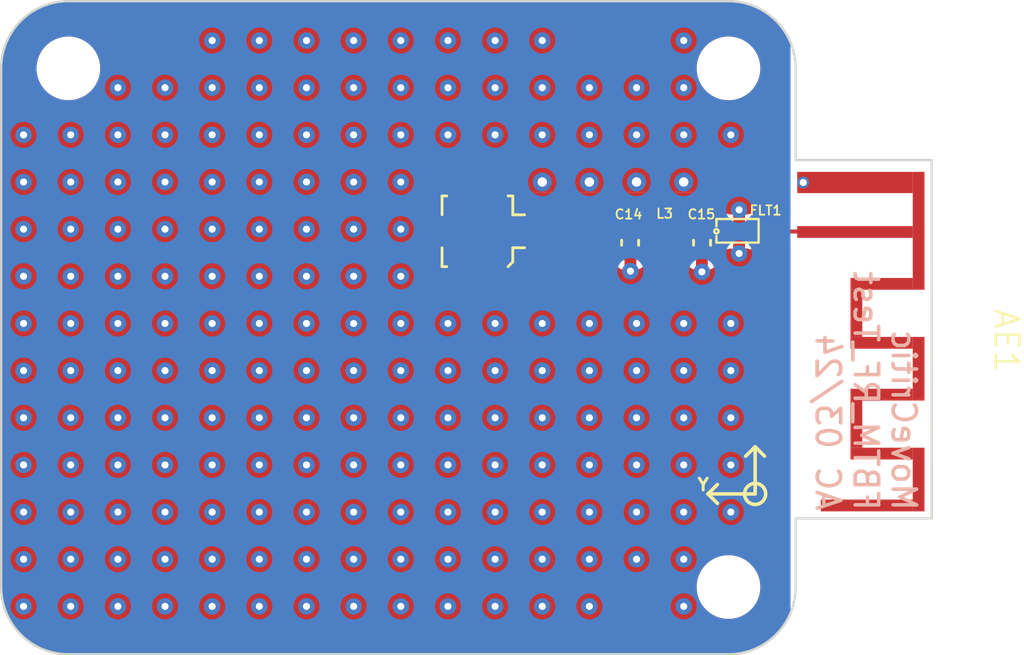
<source format=kicad_pcb>
(kicad_pcb (version 20240108) (generator "pcbnew") (generator_version "8.0")
  (layers (0 "F.Cu" signal) (1 "In1.Cu" power) (2 "In2.Cu" power) (31 "B.Cu" signal) (34 "B.Paste" user) (35 "F.Paste" user) (36 "B.SilkS" user "B.Silkscreen") (37 "F.SilkS" user "F.Silkscreen") (38 "B.Mask" user) (39 "F.Mask" user) (44 "Edge.Cuts" user))
  (net 0 "")
  (net 1 "GND")
  (net 2 "/RF_ANT")
  (net 3 "Net-(FLT1-IN)")
  (net 4 "Net-(J1-In)")
  (net 5 "Net-(C14-Pad1)")
  (footprint "Connector_Coaxial:U.FL_Molex_MCRF_73412-0110_Vertical" (layer "F.Cu") (at 153.305001 84.239998 90)
    (property "Reference" "J1" (hide yes))
    (property "Value" "U.FL")
    (fp_line (start 1.5 -1.5) (end 1.5 -1.3) (stroke (width 0.12)) (layer "F.SilkS"))
    (fp_line (start 0.7 -1.5) (end 1.5 -1.5) (stroke (width 0.12)) (layer "F.SilkS"))
    (fp_line (start -1.5 -1.5) (end -0.7 -1.5) (stroke (width 0.12)) (layer "F.SilkS"))
    (fp_line (start -1.5 -1.3) (end -1.5 -1.5) (stroke (width 0.12)) (layer "F.SilkS"))
    (fp_line (start 1.5 1.3) (end 1.5 1.5) (stroke (width 0.12)) (layer "F.SilkS"))
    (fp_line (start 1.5 1.5) (end 0.7 1.5) (stroke (width 0.12)) (layer "F.SilkS"))
    (fp_line (start 0.7 1.5) (end 0.7 2) (stroke (width 0.12)) (layer "F.SilkS"))
    (fp_line (start -0.7 1.5) (end -1.3 1.5) (stroke (width 0.12)) (layer "F.SilkS"))
    (fp_line (start -0.7 1.5) (end -0.7 2) (stroke (width 0.12)) (layer "F.SilkS"))
    (fp_line (start -1.3 1.5) (end -1.5 1.3) (stroke (width 0.12)) (layer "F.SilkS"))
    (pad "1" smd rect (at 0 1.5 90) (size 1 1) (layers "F.Cu" "F.Paste" "F.Mask") (net 4 "Net-(J1-In)"))
    (pad "2" smd rect (at -1.475 0 90) (size 1.05 2.2) (layers "F.Cu" "F.Paste" "F.Mask") (net 1 "GND"))
    (pad "2" smd rect (at 0 -1.5 90) (size 1 1) (layers "F.Cu" "F.Paste" "F.Mask") (net 1 "GND"))
    (pad "2" smd rect (at 1.475 0 90) (size 1.05 2.2) (layers "F.Cu" "F.Paste" "F.Mask") (net 1 "GND"))
  )
  (footprint "MountingHole:MountingHole_2.2mm_M2_DIN965" (layer "F.Cu") (at 163.955002 77.33 -90)
    (property "Reference" "H1" (hide yes))
    (property "Value" "MountingHole" (hide yes))
    (pad "" np_thru_hole circle (at 0 0 270) (size 2.2 2.2) (drill 2.2) (layers "*.Mask" "F.Cu" "In1.Cu" "In2.Cu" "B.Cu"))
  )
  (footprint "MountingHole:MountingHole_2.2mm_M2_DIN965" (layer "F.Cu") (at 135.955001 77.329999 -90)
    (property "Reference" "H2" (hide yes))
    (property "Value" "MountingHole" (hide yes))
    (pad "" np_thru_hole circle (at 0 0 270) (size 2.2 2.2) (drill 2.2) (layers "*.Mask" "F.Cu" "In1.Cu" "In2.Cu" "B.Cu"))
  )
  (footprint "MountingHole:MountingHole_2.2mm_M2_DIN965" (layer "F.Cu") (at 163.955002 99.33 -90)
    (property "Reference" "H4" (hide yes))
    (property "Value" "MountingHole" (hide yes))
    (pad "" np_thru_hole circle (at 0 0 270) (size 2.2 2.2) (drill 2.2) (layers "*.Mask" "F.Cu" "In1.Cu" "In2.Cu" "B.Cu"))
  )
  (footprint "Fiducial:Fiducial_1mm_Mask2mm" (layer "F.Cu") (at 159.005002 76.13 -90)
    (property "Reference" "FID1" (hide yes))
    (property "Value" "Fiducial" (hide yes))
    (pad "" smd circle (at 0 0 270) (size 1 1) (layers "F.Cu" "F.Mask") (clearance 0.5))
  )
  (footprint "Inductor_SMD:L_0402_1005Metric" (layer "F.Cu") (at 161.307503 84.25)
    (property "Reference" "L3" (hide yes))
    (property "Value" "2n7" (hide yes))
    (fp_text user "${REFERENCE}" (at -0.0625 -0.76 180) (layer "F.SilkS") (effects (font (size 0.4 0.4) (thickness 0.075) (bold yes))))
    (pad "1" smd roundrect (at -0.485 0) (size 0.59 0.64) (layers "F.Cu" "F.Paste" "F.Mask") (net 5 "Net-(C14-Pad1)"))
    (pad "2" smd roundrect (at 0.485 0) (size 0.59 0.64) (layers "F.Cu" "F.Paste" "F.Mask") (net 3 "Net-(FLT1-IN)"))
  )
  (footprint "Capacitor_SMD:C_0402_1005Metric" (layer "F.Cu") (at 159.782502 84.725001 -90)
    (property "Reference" "C14" (hide yes))
    (property "Value" "0p8" (hide yes))
    (fp_line (start -0.107836 0.36) (end 0.107836 0.36) (stroke (width 0.12)) (layer "F.SilkS"))
    (fp_line (start -0.107836 -0.36) (end 0.107836 -0.36) (stroke (width 0.12)) (layer "F.SilkS"))
    (fp_text user "${REFERENCE}" (at -1.203538 0.06669 180) (layer "F.SilkS") (effects (font (size 0.4 0.4) (thickness 0.075) (bold yes))))
    (pad "1" smd roundrect (at -0.48 0 270) (size 0.56 0.62) (layers "F.Cu" "F.Paste" "F.Mask") (net 5 "Net-(C14-Pad1)"))
    (pad "2" smd roundrect (at 0.48 0 270) (size 0.56 0.62) (layers "F.Cu" "F.Paste" "F.Mask") (net 1 "GND"))
  )
  (footprint "Capacitor_SMD:C_0402_1005Metric" (layer "F.Cu") (at 162.832501 84.724999 -90)
    (property "Reference" "C15" (hide yes))
    (property "Value" "0p3" (hide yes))
    (fp_line (start -0.107836 0.36) (end 0.107836 0.36) (stroke (width 0.12)) (layer "F.SilkS"))
    (fp_line (start -0.107836 -0.36) (end 0.107836 -0.36) (stroke (width 0.12)) (layer "F.SilkS"))
    (fp_text user "${REFERENCE}" (at -1.203536 0.027561 180) (layer "F.SilkS") (effects (font (size 0.4 0.4) (thickness 0.075) (bold yes))))
    (pad "1" smd roundrect (at -0.48 0 270) (size 0.56 0.62) (layers "F.Cu" "F.Paste" "F.Mask") (net 3 "Net-(FLT1-IN)"))
    (pad "2" smd roundrect (at 0.48 0 270) (size 0.56 0.62) (layers "F.Cu" "F.Paste" "F.Mask") (net 1 "GND"))
  )
  (footprint "Fiducial:Fiducial_1mm_Mask2mm" (layer "F.Cu") (at 160.234818 100.701339 -90)
    (property "Reference" "FID2" (hide yes))
    (property "Value" "Fiducial" (hide yes))
    (pad "" smd circle (at 0 0 270) (size 1 1) (layers "F.Cu" "F.Mask") (clearance 0.5))
  )
  (footprint "830009678:2400MHz_PCB_Inverted_F" (layer "F.Cu") (at 172.630002 88.729998 -90)
    (property "Reference" "AE1" (at 0.15 -3.12 -90) (layer "F.SilkS") (effects (font (thickness 0.1))))
    (property "Value" "Inv_MF_Ant_2.4GHz")
    (fp_line (start -7.51 0.06) (end -7.51 5.76) (stroke (width 0.1)) (layer "Edge.Cuts"))
    (fp_line (start -7.51 0.06) (end 7.69 0.05) (stroke (width 0.1)) (layer "Edge.Cuts"))
    (fp_line (start 7.69 0.05) (end 7.69 5.75) (stroke (width 0.1)) (layer "Edge.Cuts"))
    (pad "1" smd rect (at -4.51 0.61 270) (size 5 0.5) (layers "F.Cu" "F.Mask") (net 2 "/RF_ANT"))
    (pad "1" smd rect (at -4.46 3.31 270) (size 0.5 4.9) (layers "F.Cu" "F.Mask") (net 2 "/RF_ANT"))
    (pad "1" smd rect (at -2.26 2.18 270) (size 0.5 2.64) (layers "F.Cu" "F.Mask") (net 2 "/RF_ANT"))
    (pad "1" smd rect (at -1.01 3.25 270) (size 2 0.5) (layers "F.Cu" "F.Mask") (net 2 "/RF_ANT"))
    (pad "1" smd rect (at 0.24 2.18 270) (size 0.5 2.64) (layers "F.Cu" "F.Mask") (net 2 "/RF_ANT"))
    (pad "1" smd rect (at 1.34 0.61 270) (size 2.7 0.5) (layers "F.Cu" "F.Mask") (net 2 "/RF_ANT"))
    (pad "1" smd rect (at 2.44 2.18 270) (size 0.5 2.64) (layers "F.Cu" "F.Mask") (net 2 "/RF_ANT"))
    (pad "1" smd rect (at 3.69 3.25 270) (size 2 0.5) (layers "F.Cu" "F.Mask") (net 2 "/RF_ANT"))
    (pad "1" smd rect (at 4.94 2.18 270) (size 0.5 2.64) (layers "F.Cu" "F.Mask") (net 2 "/RF_ANT"))
    (pad "1" smd rect (at 6.04 0.61 270) (size 2.7 0.5) (layers "F.Cu" "F.Mask") (net 2 "/RF_ANT"))
    (pad "1" smd rect (at 7.14 2.81 270) (size 0.5 3.9) (layers "F.Cu" "F.Mask") (net 2 "/RF_ANT"))
    (pad "2" smd rect (at -6.56 3.31 270) (size 0.9 4.9) (layers "F.Cu" "F.Mask") (net 1 "GND"))
  )
  (footprint "Fiducial:Fiducial_1mm_Mask2mm" (layer "F.Cu") (at 139.305001 76.079999 -90)
    (property "Reference" "FID3" (hide yes))
    (property "Value" "Fiducial" (hide yes))
    (pad "" smd circle (at 0 0 270) (size 1 1) (layers "F.Cu" "F.Mask") (clearance 0.5))
  )
  (footprint "HW_MoveCritic_Footprints:DLF162500LT-5028A1" (layer "F.Cu") (at 164.382501 84.249999)
    (property "Reference" "FLT1" (at 1.144625 -0.894391 0) (layer "F.SilkS") (effects (font (size 0.4 0.4) (thickness 0.075) (bold yes))))
    (property "Value" "DLF162500LT-5028A1" (hide yes))
    (fp_line (start -0.94 -0.53) (end 0.85 -0.53) (stroke (width 0.1)) (layer "F.SilkS"))
    (fp_line (start -0.94 -0.22) (end -0.94 -0.53) (stroke (width 0.1)) (layer "F.SilkS"))
    (fp_line (start -0.94 0.47) (end -0.94 0.19) (stroke (width 0.1)) (layer "F.SilkS"))
    (fp_line (start 0.85 -0.53) (end 0.85 0.47) (stroke (width 0.1)) (layer "F.SilkS"))
    (fp_line (start 0.85 0.47) (end -0.94 0.47) (stroke (width 0.1)) (layer "F.SilkS"))
    (fp_circle (center -0.94 -0.01) (end -0.93 0.03) (stroke (width 0.1)) (fill none) (layer "F.SilkS"))
    (pad "1" smd roundrect (at -0.6125 0) (size 0.275 0.7) (layers "F.Cu" "F.Paste" "F.Mask") (net 3 "Net-(FLT1-IN)"))
    (pad "2" smd roundrect (at 0 -0.2275) (size 0.45 0.245) (layers "F.Cu" "F.Paste" "F.Mask") (net 1 "GND"))
    (pad "2" smd roundrect (at 0 0.2275) (size 0.45 0.245) (layers "F.Cu" "F.Paste" "F.Mask") (net 1 "GND"))
    (pad "3" smd roundrect (at 0.6125 0) (size 0.275 0.7) (layers "F.Cu" "F.Paste" "F.Mask") (net 2 "/RF_ANT"))
  )
  (gr_line (start 165.085001 93.379999) (end 165.485001 93.779999) (stroke (width 0.15)) (layer "F.SilkS"))
  (gr_line (start 165.085001 95.379999) (end 163.085 95.379999) (stroke (width 0.15)) (layer "F.SilkS"))
  (gr_line (start 165.085001 95.379999) (end 165.085001 93.379999) (stroke (width 0.15)) (layer "F.SilkS"))
  (gr_line (start 165.085001 93.379999) (end 164.685001 93.779999) (stroke (width 0.15)) (layer "F.SilkS"))
  (gr_line (start 163.085 95.379999) (end 163.485001 94.979999) (stroke (width 0.15)) (layer "F.SilkS"))
  (gr_circle (center 165.085001 95.379999) (end 165.285001 95.779999) (stroke (width 0.15)) (fill none) (layer "F.SilkS"))
  (gr_line (start 163.085 95.379999) (end 163.485001 95.779999) (stroke (width 0.15)) (layer "F.SilkS"))
  (gr_line (start 166.805003 99.33) (end 166.805003 96.42) (stroke (width 0.1)) (layer "Edge.Cuts"))
  (gr_line (start 135.955002 102.179999) (end 163.955002 102.180001) (stroke (width 0.1)) (layer "Edge.Cuts"))
  (gr_line (start 166.805003 96.42) (end 166.877502 96.419999) (stroke (width 0.1)) (layer "Edge.Cuts"))
  (gr_arc (start 166.805003 99.33) (mid 165.970257 101.345255) (end 163.955002 102.180001) (stroke (width 0.1)) (layer "Edge.Cuts"))
  (gr_arc (start 163.955002 74.48) (mid 165.970255 75.314746) (end 166.805001 77.329999) (stroke (width 0.1)) (layer "Edge.Cuts"))
  (gr_line (start 166.805001 77.329999) (end 166.805003 81.22) (stroke (width 0.1)) (layer "Edge.Cuts"))
  (gr_arc (start 135.955002 102.179999) (mid 133.939747 101.345254) (end 133.105002 99.33) (stroke (width 0.1)) (layer "Edge.Cuts"))
  (gr_line (start 133.105002 77.33) (end 133.105002 99.33) (stroke (width 0.1)) (layer "Edge.Cuts"))
  (gr_line (start 166.805003 81.22) (end 166.867503 81.219999) (stroke (width 0.1)) (layer "Edge.Cuts"))
  (gr_arc (start 133.105002 77.33) (mid 133.939747 75.314746) (end 135.955001 74.480001) (stroke (width 0.1)) (layer "Edge.Cuts"))
  (gr_line (start 163.955002 74.48) (end 135.955001 74.480001) (stroke (width 0.1)) (layer "Edge.Cuts"))
  (gr_text "MoveCritic\nFBTM_RF_Test\nAC 03/24" (at 167.585001 96.179999 270) (layer "B.SilkS") (effects (font (size 1 1)) (justify left bottom mirror)))
  (gr_text "Y" (at 162.585001 95.279999 0) (layer "F.SilkS") (effects (font (size 0.5 0.5) (thickness 0.125)) (justify left bottom)))
  (segment (start 164.405001 83.999999) (end 164.382501 84.022499) (width 0.5) (layer "F.Cu") (net 1))
  (segment (start 162.825002 85.96) (end 162.825001 85.270001) (width 0.5) (layer "F.Cu") (net 1))
  (segment (start 164.405002 83.330001) (end 164.405001 83.999999) (width 0.5) (layer "F.Cu") (net 1))
  (segment (start 164.405001 85.179999) (end 164.405 84.500001) (width 0.5) (layer "F.Cu") (net 1))
  (segment (start 164.405 84.500001) (end 164.382501 84.477501) (width 0.5) (layer "F.Cu") (net 1))
  (segment (start 159.795001 85.930001) (end 159.795001 85.24) (width 0.5) (layer "F.Cu") (net 1))
  (via (at 146.055001 90.149999) (size 0.7) (drill 0.3) (layers "F.Cu" "B.Cu") (net 1))
  (via (at 162.055001 76.149999) (size 0.7) (drill 0.3) (layers "F.Cu" "B.Cu") (net 1))
  (via (at 148.055001 78.149999) (size 0.7) (drill 0.3) (layers "F.Cu" "B.Cu") (net 1))
  (via (at 136.055001 84.149999) (size 0.7) (drill 0.3) (layers "F.Cu" "B.Cu") (net 1))
  (via (at 150.055001 92.149999) (size 0.7) (drill 0.3) (layers "F.Cu" "B.Cu") (net 1))
  (via (at 144.055001 76.149999) (size 0.7) (drill 0.3) (layers "F.Cu" "B.Cu") (net 1))
  (via (at 160.055001 88.149999) (size 0.7) (drill 0.3) (layers "F.Cu" "B.Cu") (net 1))
  (via (at 162.055001 96.149999) (size 0.7) (drill 0.3) (layers "F.Cu" "B.Cu") (net 1))
  (via (at 144.055001 78.149999) (size 0.7) (drill 0.3) (layers "F.Cu" "B.Cu") (net 1))
  (via (at 150.055001 88.149999) (size 0.7) (drill 0.3) (layers "F.Cu" "B.Cu") (net 1))
  (via (at 134.055001 88.149999) (size 0.7) (drill 0.3) (layers "F.Cu" "B.Cu") (net 1))
  (via (at 148.055001 94.149999) (size 0.7) (drill 0.3) (layers "F.Cu" "B.Cu") (net 1))
  (via (at 158.055001 88.149999) (size 0.7) (drill 0.3) (layers "F.Cu" "B.Cu") (net 1))
  (via (at 134.055001 98.149999) (size 0.7) (drill 0.3) (layers "F.Cu" "B.Cu") (net 1))
  (via (at 144.055001 98.149999) (size 0.7) (drill 0.3) (layers "F.Cu" "B.Cu") (net 1))
  (via (at 146.055001 86.149999) (size 0.7) (drill 0.3) (layers "F.Cu" "B.Cu") (net 1))
  (via (at 152.055001 90.149999) (size 0.7) (drill 0.3) (layers "F.Cu" "B.Cu") (net 1))
  (via (at 134.055001 80.149999) (size 0.7) (drill 0.3) (layers "F.Cu" "B.Cu") (net 1))
  (via (at 150.055001 100.149999) (size 0.7) (drill 0.3) (layers "F.Cu" "B.Cu") (net 1))
  (via (at 142.055001 94.149999) (size 0.7) (drill 0.3) (layers "F.Cu" "B.Cu") (net 1))
  (via (at 152.055001 88.149999) (size 0.7) (drill 0.3) (layers "F.Cu" "B.Cu") (net 1))
  (via (at 160.055001 98.149999) (size 0.7) (drill 0.3) (layers "F.Cu" "B.Cu") (net 1))
  (via (at 140.055001 86.149999) (size 0.7) (drill 0.3) (layers "F.Cu" "B.Cu") (net 1))
  (via (at 156.055001 100.149999) (size 0.7) (drill 0.3) (layers "F.Cu" "B.Cu") (net 1))
  (via (at 158.055001 100.149999) (size 0.7) (drill 0.3) (layers "F.Cu" "B.Cu") (net 1))
  (via (at 152.055001 92.149999) (size 0.7) (drill 0.3) (layers "F.Cu" "B.Cu") (net 1))
  (via (at 162.055001 82.149999) (size 0.8) (drill 0.4) (layers "F.Cu" "B.Cu") (net 1))
  (via (at 148.055001 92.149999) (size 0.7) (drill 0.3) (layers "F.Cu" "B.Cu") (net 1))
  (via (at 138.055001 96.149999) (size 0.7) (drill 0.3) (layers "F.Cu" "B.Cu") (net 1))
  (via (at 144.055001 96.149999) (size 0.7) (drill 0.3) (layers "F.Cu" "B.Cu") (net 1))
  (via (at 148.055001 84.149999) (size 0.7) (drill 0.3) (layers "F.Cu" "B.Cu") (net 1))
  (via (at 142.055001 84.149999) (size 0.7) (drill 0.3) (layers "F.Cu" "B.Cu") (net 1))
  (via (at 148.055001 86.149999) (size 0.7) (drill 0.3) (layers "F.Cu" "B.Cu") (net 1))
  (via (at 150.055001 78.149999) (size 0.7) (drill 0.3) (layers "F.Cu" "B.Cu") (net 1))
  (via (at 136.055001 82.149999) (size 0.7) (drill 0.3) (layers "F.Cu" "B.Cu") (net 1))
  (via (at 144.055001 82.149999) (size 0.7) (drill 0.3) (layers "F.Cu" "B.Cu") (net 1))
  (via (at 156.055001 96.149999) (size 0.7) (drill 0.3) (layers "F.Cu" "B.Cu") (net 1))
  (via (at 146.055001 76.149999) (size 0.7) (drill 0.3) (layers "F.Cu" "B.Cu") (net 1))
  (via (at 146.055001 80.149999) (size 0.7) (drill 0.3) (layers "F.Cu" "B.Cu") (net 1))
  (via (at 150.055001 76.149999) (size 0.7) (drill 0.3) (layers "F.Cu" "B.Cu") (net 1))
  (via (at 154.055001 100.149999) (size 0.7) (drill 0.3) (layers "F.Cu" "B.Cu") (net 1))
  (via (at 138.055001 98.149999) (size 0.7) (drill 0.3) (layers "F.Cu" "B.Cu") (net 1))
  (via (at 158.055001 94.149999) (size 0.7) (drill 0.3) (layers "F.Cu" "B.Cu") (net 1))
  (via (at 136.055001 90.149999) (size 0.7) (drill 0.3) (layers "F.Cu" "B.Cu") (net 1))
  (via (at 140.055001 82.149999) (size 0.7) (drill 0.3) (layers "F.Cu" "B.Cu") (net 1))
  (via (at 158.055001 78.149999) (size 0.7) (drill 0.3) (layers "F.Cu" "B.Cu") (net 1))
  (via (at 138.055001 80.149999) (size 0.7) (drill 0.3) (layers "F.Cu" "B.Cu") (net 1))
  (via (at 158.055001 98.149999) (size 0.7) (drill 0.3) (layers "F.Cu" "B.Cu") (net 1))
  (via (at 136.055001 92.149999) (size 0.7) (drill 0.3) (layers "F.Cu" "B.Cu") (net 1))
  (via (at 156.055001 88.149999) (size 0.7) (drill 0.3) (layers "F.Cu" "B.Cu") (net 1))
  (via (at 144.055001 88.149999) (size 0.7) (drill 0.3) (layers "F.Cu" "B.Cu") (net 1))
  (via (at 160.055001 78.149999) (size 0.7) (drill 0.3) (layers "F.Cu" "B.Cu") (net 1))
  (via (at 164.055001 80.149999) (size 0.7) (drill 0.3) (layers "F.Cu" "B.Cu") (net 1))
  (via (at 142.055001 86.149999) (size 0.7) (drill 0.3) (layers "F.Cu" "B.Cu") (net 1))
  (via (at 136.055001 98.149999) (size 0.7) (drill 0.3) (layers "F.Cu" "B.Cu") (net 1))
  (via (at 160.055001 96.149999) (size 0.7) (drill 0.3) (layers "F.Cu" "B.Cu") (net 1))
  (via (at 140.055001 80.149999) (size 0.7) (drill 0.3) (layers "F.Cu" "B.Cu") (net 1))
  (via (at 154.055001 98.149999) (size 0.7) (drill 0.3) (layers "F.Cu" "B.Cu") (net 1))
  (via (at 154.055001 88.149999) (size 0.7) (drill 0.3) (layers "F.Cu" "B.Cu") (net 1))
  (via (at 146.055001 92.149999) (size 0.7) (drill 0.3) (layers "F.Cu" "B.Cu") (net 1))
  (via (at 142.055001 78.149999) (size 0.7) (drill 0.3) (layers "F.Cu" "B.Cu") (net 1))
  (via (at 162.055001 92.149999) (size 0.7) (drill 0.3) (layers "F.Cu" "B.Cu") (net 1))
  (via (at 142.055001 90.149999) (size 0.7) (drill 0.3) (layers "F.Cu" "B.Cu") (net 1))
  (via (at 158.055001 80.149999) (size 0.7) (drill 0.3) (layers "F.Cu" "B.Cu") (net 1))
  (via (at 144.055001 86.149999) (size 0.7) (drill 0.3) (layers "F.Cu" "B.Cu") (net 1))
  (via (at 140.055001 100.149999) (size 0.7) (drill 0.3) (layers "F.Cu" "B.Cu") (net 1))
  (via (at 142.055001 100.149999) (size 0.7) (drill 0.3) (layers "F.Cu" "B.Cu") (net 1))
  (via (at 152.055001 94.149999) (size 0.7) (drill 0.3) (layers "F.Cu" "B.Cu") (net 1))
  (via (at 148.055001 88.149999) (size 0.7) (drill 0.3) (layers "F.Cu" "B.Cu") (net 1))
  (via (at 154.055001 76.149999) (size 0.7) (drill 0.3) (layers "F.Cu" "B.Cu") (net 1))
  (via (at 138.055001 82.149999) (size 0.7) (drill 0.3) (layers "F.Cu" "B.Cu") (net 1))
  (via (at 142.055001 96.149999) (size 0.7) (drill 0.3) (layers "F.Cu" "B.Cu") (net 1))
  (via (at 136.055001 96.149999) (size 0.7) (drill 0.3) (layers "F.Cu" "B.Cu") (net 1))
  (via (at 156.055001 94.149999) (size 0.7) (drill 0.3) (layers "F.Cu" "B.Cu") (net 1))
  (via (at 156.055001 76.149999) (size 0.7) (drill 0.3) (layers "F.Cu" "B.Cu") (net 1))
  (via (at 146.055001 82.149999) (size 0.7) (drill 0.3) (layers "F.Cu" "B.Cu") (net 1))
  (via (at 142.055001 88.149999) (size 0.7) (drill 0.3) (layers "F.Cu" "B.Cu") (net 1))
  (via (at 150.055001 90.149999) (size 0.7) (drill 0.3) (layers "F.Cu" "B.Cu") (net 1))
  (via (at 140.055001 78.149999) (size 0.7) (drill 0.3) (layers "F.Cu" "B.Cu") (net 1))
  (via (at 134.055001 92.149999) (size 0.7) (drill 0.3) (layers "F.Cu" "B.Cu") (net 1))
  (via (at 162.055001 98.149999) (size 0.7) (drill 0.3) (layers "F.Cu" "B.Cu") (net 1))
  (via (at 138.055001 86.149999) (size 0.7) (drill 0.3) (layers "F.Cu" "B.Cu") (net 1))
  (via (at 134.055001 100.149999) (size 0.7) (drill 0.3) (layers "F.Cu" "B.Cu") (net 1))
  (via (at 134.055001 84.149999) (size 0.7) (drill 0.3) (layers "F.Cu" "B.Cu") (net 1))
  (via (at 152.055001 80.149999) (size 0.7) (drill 0.3) (layers "F.Cu" "B.Cu") (net 1))
  (via (at 160.055001 94.149999) (size 0.7) (drill 0.3) (layers "F.Cu" "B.Cu") (net 1))
  (via (at 150.055001 80.149999) (size 0.7) (drill 0.3) (layers "F.Cu" "B.Cu") (net 1))
  (via (at 164.405002 83.330001) (size 0.7) (drill 0.3) (layers "F.Cu" "B.Cu") (net 1))
  (via (at 150.055001 82.149999) (size 0.7) (drill 0.3) (layers "F.Cu" "B.Cu") (net 1))
  (via (at 144.055001 100.149999) (size 0.7) (drill 0.3) (layers "F.Cu" "B.Cu") (net 1))
  (via (at 144.055001 90.149999) (size 0.7) (drill 0.3) (layers "F.Cu" "B.Cu") (net 1))
  (via (at 138.055001 92.149999) (size 0.7) (drill 0.3) (layers "F.Cu" "B.Cu") (net 1))
  (via (at 154.055001 94.149999) (size 0.7) (drill 0.3) (layers "F.Cu" "B.Cu") (net 1))
  (via (at 150.055001 96.149999) (size 0.7) (drill 0.3) (layers "F.Cu" "B.Cu") (net 1))
  (via (at 138.055001 94.149999) (size 0.7) (drill 0.3) (layers "F.Cu" "B.Cu") (net 1))
  (via (at 134.055001 82.149999) (size 0.7) (drill 0.3) (layers "F.Cu" "B.Cu") (net 1))
  (via (at 158.055001 82.149999) (size 0.8) (drill 0.4) (layers "F.Cu" "B.Cu") (net 1))
  (via (at 150.055001 84.149999) (size 0.7) (drill 0.3) (layers "F.Cu" "B.Cu") (net 1))
  (via (at 140.055001 88.149999) (size 0.7) (drill 0.3) (layers "F.Cu" "B.Cu") (net 1))
  (via (at 160.055001 80.149999) (size 0.7) (drill 0.3) (layers "F.Cu" "B.Cu") (net 1))
  (via (at 140.055001 84.149999) (size 0.7) (drill 0.3) (layers "F.Cu" "B.Cu") (net 1))
  (via (at 146.055001 100.149999) (size 0.7) (drill 0.3) (layers "F.Cu" "B.Cu") (net 1))
  (via (at 138.055001 84.149999) (size 0.7) (drill 0.3) (layers "F.Cu" "B.Cu") (net 1))
  (via (at 136.055001 100.149999) (size 0.7) (drill 0.3) (layers "F.Cu" "B.Cu") (net 1))
  (via (at 144.055001 94.149999) (size 0.7) (drill 0.3) (layers "F.Cu" "B.Cu") (net 1))
  (via (at 140.055001 98.149999) (size 0.7) (drill 0.3) (layers "F.Cu" "B.Cu") (net 1))
  (via (at 154.055001 80.149999) (size 0.7) (drill 0.3) (layers "F.Cu" "B.Cu") (net 1))
  (via (at 158.055001 90.149999) (size 0.7) (drill 0.3) (layers "F.Cu" "B.Cu") (net 1))
  (via (at 160.055001 90.149999) (size 0.7) (drill 0.3) (layers "F.Cu" "B.Cu") (net 1))
  (via (at 162.055001 80.149999) (size 0.7) (drill 0.3) (layers "F.Cu" "B.Cu") (net 1))
  (via (at 134.055001 86.149999) (size 0.7) (drill 0.3) (layers "F.Cu" "B.Cu") (net 1))
  (via (at 140.055001 96.149999) (size 0.7) (drill 0.3) (layers "F.Cu" "B.Cu") (net 1))
  (via (at 146.055001 88.149999) (size 0.7) (drill 0.3) (layers "F.Cu" "B.Cu") (net 1))
  (via (at 156.055001 82.149999) (size 0.8) (drill 0.4) (layers "F.Cu" "B.Cu") (net 1))
  (via (at 160.055001 92.149999) (size 0.7) (drill 0.3) (layers "F.Cu" "B.Cu") (net 1))
  (via (at 134.055001 94.149999) (size 0.7) (drill 0.3) (layers "F.Cu" "B.Cu") (net 1))
  (via (at 150.055001 98.149999) (size 0.7) (drill 0.3) (layers "F.Cu" "B.Cu") (net 1))
  (via (at 146.055001 94.149999) (size 0.7) (drill 0.3) (layers "F.Cu" "B.Cu") (net 1))
  (via (at 162.055001 90.149999) (size 0.7) (drill 0.3) (layers "F.Cu" "B.Cu") (net 1))
  (via (at 152.055001 98.149999) (size 0.7) (drill 0.3) (layers "F.Cu" "B.Cu") (net 1))
  (via (at 150.055001 86.149999) (size 0.7) (drill 0.3) (layers "F.Cu" "B.Cu") (net 1))
  (via (at 142.055001 80.149999) (size 0.7) (drill 0.3) (layers "F.Cu" "B.Cu") (net 1))
  (via (at 146.055001 84.149999) (size 0.7) (drill 0.3) (layers "F.Cu" "B.Cu") (net 1))
  (via (at 156.055001 90.149999) (size 0.7) (drill 0.3) (layers "F.Cu" "B.Cu") (net 1))
  (via (at 164.055001 94.149999) (size 0.7) (drill 0.3) (layers "F.Cu" "B.Cu") (net 1))
  (via (at 144.055001 84.149999) (size 0.7) (drill 0.3) (layers "F.Cu" "B.Cu") (net 1))
  (via (at 156.055001 92.149999) (size 0.7) (drill 0.3) (layers "F.Cu" "B.Cu") (net 1))
  (via (at 148.055001 90.149999) (size 0.7) (drill 0.3) (layers "F.Cu" "B.Cu") (net 1))
  (via (at 148.055001 76.149999) (size 0.7) (drill 0.3) (layers "F.Cu" "B.Cu") (net 1))
  (via (at 138.055001 88.149999) (size 0.7) (drill 0.3) (layers "F.Cu" "B.Cu") (net 1))
  (via (at 146.055001 96.149999) (size 0.7) (drill 0.3) (layers "F.Cu" "B.Cu") (net 1))
  (via (at 146.055001 98.149999) (size 0.7) (drill 0.3) (layers "F.Cu" "B.Cu") (net 1))
  (via (at 148.055001 80.149999) (size 0.7) (drill 0.3) (layers "F.Cu" "B.Cu") (net 1))
  (via (at 158.055001 92.149999) (size 0.7) (drill 0.3) (layers "F.Cu" "B.Cu") (net 1))
  (via (at 146.055001 78.149999) (size 0.7) (drill 0.3) (layers "F.Cu" "B.Cu") (net 1))
  (via (at 136.055001 88.149999) (size 0.7) (drill 0.3) (layers "F.Cu" "B.Cu") (net 1))
  (via (at 134.055001 90.149999) (size 0.7) (drill 0.3) (layers "F.Cu" "B.Cu") (net 1))
  (via (at 152.055001 96.149999) (size 0.7) (drill 0.3) (layers "F.Cu" "B.Cu") (net 1))
  (via (at 136.055001 94.149999) (size 0.7) (drill 0.3) (layers "F.Cu" "B.Cu") (net 1))
  (via (at 159.795001 85.930001) (size 0.7) (drill 0.3) (layers "F.Cu" "B.Cu") (net 1))
  (via (at 142.055001 82.149999) (size 0.7) (drill 0.3) (layers "F.Cu" "B.Cu") (net 1))
  (via (at 156.055001 78.149999) (size 0.7) (drill 0.3) (layers "F.Cu" "B.Cu") (net 1))
  (via (at 162.825002 85.96) (size 0.7) (drill 0.3) (layers "F.Cu" "B.Cu") (net 1))
  (via (at 144.055001 92.149999) (size 0.7) (drill 0.3) (layers "F.Cu" "B.Cu") (net 1))
  (via (at 164.405001 85.179999) (size 0.7) (drill 0.3) (layers "F.Cu" "B.Cu") (net 1))
  (via (at 148.055001 98.149999) (size 0.7) (drill 0.3) (layers "F.Cu" "B.Cu") (net 1))
  (via (at 154.055001 90.149999) (size 0.7) (drill 0.3) (layers "F.Cu" "B.Cu") (net 1))
  (via (at 152.055001 78.149999) (size 0.7) (drill 0.3) (layers "F.Cu" "B.Cu") (net 1))
  (via (at 154.055001 92.149999) (size 0.7) (drill 0.3) (layers "F.Cu" "B.Cu") (net 1))
  (via (at 138.055001 100.149999) (size 0.7) (drill 0.3) (layers "F.Cu" "B.Cu") (net 1))
  (via (at 162.055001 94.149999) (size 0.7) (drill 0.3) (layers "F.Cu" "B.Cu") (net 1))
  (via (at 140.055001 90.149999) (size 0.7) (drill 0.3) (layers "F.Cu" "B.Cu") (net 1))
  (via (at 142.055001 92.149999) (size 0.7) (drill 0.3) (layers "F.Cu" "B.Cu") (net 1))
  (via (at 138.055001 90.149999) (size 0.7) (drill 0.3) (layers "F.Cu" "B.Cu") (net 1))
  (via (at 156.055001 98.149999) (size 0.7) (drill 0.3) (layers "F.Cu" "B.Cu") (net 1))
  (via (at 154.055001 78.149999) (size 0.7) (drill 0.3) (layers "F.Cu" "B.Cu") (net 1))
  (via (at 136.055001 80.149999) (size 0.7) (drill 0.3) (layers "F.Cu" "B.Cu") (net 1))
  (via (at 164.055001 88.149999) (size 0.7) (drill 0.3) (layers "F.Cu" "B.Cu") (net 1))
  (via (at 162.055001 88.149999) (size 0.7) (drill 0.3) (layers "F.Cu" "B.Cu") (net 1))
  (via (at 164.055001 90.149999) (size 0.7) (drill 0.3) (layers "F.Cu" "B.Cu") (net 1))
  (via (at 142.055001 98.149999) (size 0.7) (drill 0.3) (layers "F.Cu" "B.Cu") (net 1))
  (via (at 158.055001 96.149999) (size 0.7) (drill 0.3) (layers "F.Cu" "B.Cu") (net 1))
  (via (at 136.055001 86.149999) (size 0.7) (drill 0.3) (layers "F.Cu" "B.Cu") (net 1))
  (via (at 162.055001 100.149999) (size 0.7) (drill 0.3) (layers "F.Cu" "B.Cu") (net 1))
  (via (at 152.055001 76.149999) (size 0.7) (drill 0.3) (layers "F.Cu" "B.Cu") (net 1))
  (via (at 150.055001 94.149999) (size 0.7) (drill 0.3) (layers "F.Cu" "B.Cu") (net 1))
  (via (at 156.055001 80.149999) (size 0.7) (drill 0.3) (layers "F.Cu" "B.Cu") (net 1))
  (via (at 148.055001 100.149999) (size 0.7) (drill 0.3) (layers "F.Cu" "B.Cu") (net 1))
  (via (at 142.055001 76.149999) (size 0.7) (drill 0.3) (layers "F.Cu" "B.Cu") (net 1))
  (via (at 164.055001 96.149999) (size 0.7) (drill 0.3) (layers "F.Cu" "B.Cu") (net 1))
  (via (at 160.055001 82.149999) (size 0.8) (drill 0.4) (layers "F.Cu" "B.Cu") (net 1))
  (via (at 148.055001 96.149999) (size 0.7) (drill 0.3) (layers "F.Cu" "B.Cu") (net 1))
  (via (at 152.055001 100.149999) (size 0.7) (drill 0.3) (layers "F.Cu" "B.Cu") (net 1))
  (via (at 164.055001 92.149999) (size 0.7) (drill 0.3) (layers "F.Cu" "B.Cu") (net 1))
  (via (at 148.055001 82.149999) (size 0.7) (drill 0.3) (layers "F.Cu" "B.Cu") (net 1))
  (via (at 162.055001 78.149999) (size 0.7) (drill 0.3) (layers "F.Cu" "B.Cu") (net 1))
  (via (at 134.055001 96.149999) (size 0.7) (drill 0.3) (layers "F.Cu" "B.Cu") (net 1))
  (via (at 154.055001 96.149999) (size 0.7) (drill 0.3) (layers "F.Cu" "B.Cu") (net 1))
  (via (at 144.055001 80.149999) (size 0.7) (drill 0.3) (layers "F.Cu" "B.Cu") (net 1))
  (via (at 140.055001 92.149999) (size 0.7) (drill 0.3) (layers "F.Cu" "B.Cu") (net 1))
  (via (at 138.055001 78.149999) (size 0.7) (drill 0.3) (layers "F.Cu" "B.Cu") (net 1))
  (via (at 167.125002 82.17) (size 0.5) (drill 0.3) (layers "F.Cu" "B.Cu") (net 1))
  (via (at 140.055001 94.149999) (size 0.7) (drill 0.3) (layers "F.Cu" "B.Cu") (net 1))
  (segment (start 164.995002 84.249999) (end 169.297502 84.25) (width 0.17) (layer "F.Cu") (net 2))
  (segment (start 169.297502 84.25) (end 169.317502 84.269999) (width 0.17) (layer "F.Cu") (net 2))
  (segment (start 162.832501 84.244999) (end 163.765001 84.244999) (width 0.17) (layer "F.Cu") (net 3))
  (segment (start 162.827502 84.249999) (end 162.832501 84.244999) (width 0.17) (layer "F.Cu") (net 3))
  (segment (start 163.765001 84.244999) (end 163.770001 84.249999) (width 0.17) (layer "F.Cu") (net 3))
  (segment (start 161.792502 84.249999) (end 162.827502 84.249999) (width 0.17) (layer "F.Cu") (net 3))
  (segment (start 160.817503 84.244999) (end 160.822502 84.249999) (width 0.17) (layer "F.Cu") (net 4))
  (segment (start 159.7825 84.244998) (end 160.817503 84.244999) (width 0.17) (layer "F.Cu") (net 4))
  (segment (start 159.7775 84.249999) (end 159.7825 84.244998) (width 0.17) (layer "F.Cu") (net 4))
  (segment (start 155.085003 84.25) (end 159.7775 84.249999) (width 0.17) (layer "F.Cu") (net 4))
  (zone (net 1) (net_name "GND") (layer "F.Cu") (priority 9) (connect_pads (clearance 0.4)) (min_thickness 0.15) (fill yes (thermal_gap 0.4) (thermal_bridge_width 0.25) (smoothing fillet) (radius 0.5))
    (polygon (pts (xy 166.585001 82.579999) (xy 166.585001 86.779999) (xy 154.585001 86.779999) (xy 154.585001 82.579999)))
  )
  (zone (net 1) (net_name "GND") (layer "F.Cu") (priority 1) (connect_pads (clearance 0.2)) (min_thickness 0.25) (fill yes (thermal_gap 0.4) (thermal_bridge_width 0.25) (smoothing fillet) (radius 0.4))
    (polygon (pts (xy 166.585001 74.429999) (xy 166.585001 102.179999) (xy 133.085001 102.179999) (xy 133.085001 74.429999)))
  )
  (zone (net 0) (net_name "") (layer "B.Cu") (priority 3) (connect_pads (clearance 0.2)) (min_thickness 0.15) (fill yes (thermal_gap 0.4) (thermal_bridge_width 0.25) (island_removal_mode 1) (island_area_min 10))
    (polygon (pts (xy 133.085001 102.179999) (xy 133.085001 74.429999) (xy 166.585001 74.429999) (xy 166.585001 102.179999)))
  )
)
</source>
